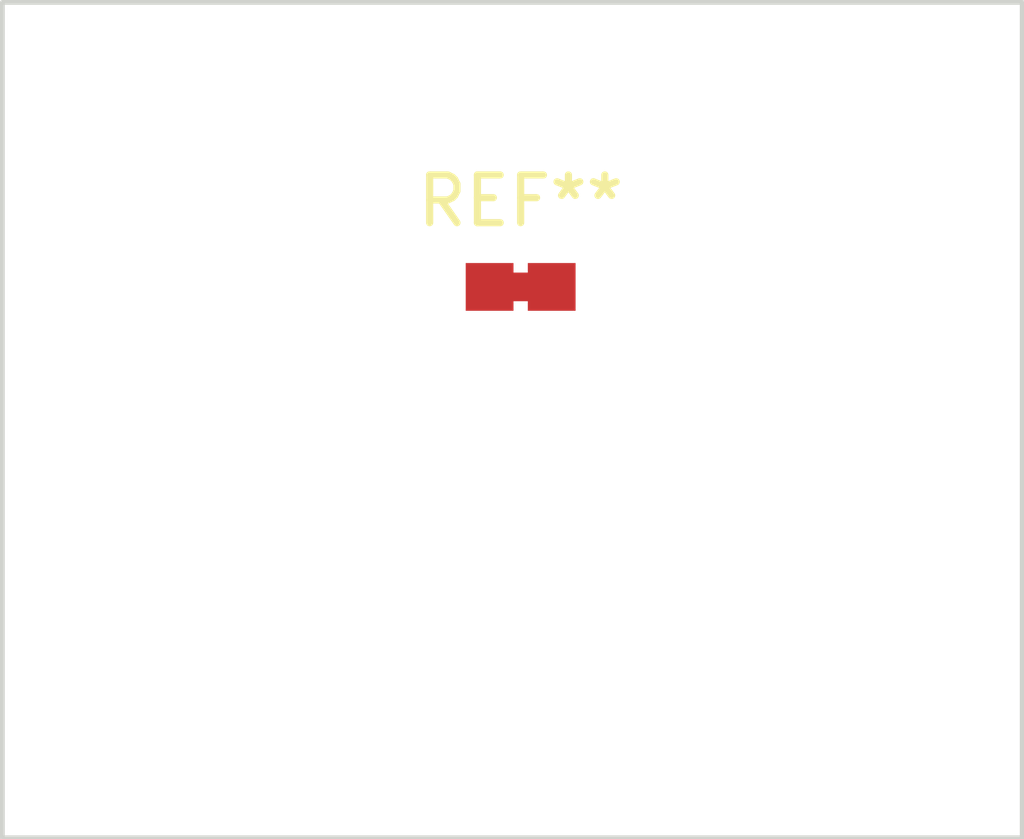
<source format=kicad_pcb>
(kicad_pcb (version 20221018) (generator pcbnew)
  (layers (0 "F.Cu" signal) (31 "B.Cu" signal) (34 "B.Paste" user) (35 "F.Paste" user) (36 "B.SilkS" user "B.Silkscreen") (37 "F.SilkS" user "F.Silkscreen") (38 "B.Mask" user) (39 "F.Mask" user) (44 "Edge.Cuts" user))
  (net 0 "")
  (footprint "modules:SolderJumper-2_Bridged" (layer "F.Cu") (at 129.54 60.96)
    (fp_text reference "REF**" (at 0 -1.8) (layer "F.SilkS"))
    (fp_text value "SolderJumper-2_Bridged")
    (fp_poly (pts (xy -0.25 -0.3) (xy 0.25 -0.3) (xy 0.25 0.3) (xy -0.25 0.3)) (fill solid) (layer "F.Cu"))
    (pad "1" smd rect (at -0.65 0) (size 1 1) (layers "F.Cu" "F.Mask"))
    (pad "2" smd rect (at 0.65 0) (size 1 1) (layers "F.Cu" "F.Mask"))
  )
  (gr_rect (start 118.69 55) (end 140.04 72.5) (stroke (width 0.1)) (fill none) (layer "Edge.Cuts"))
)
</source>
